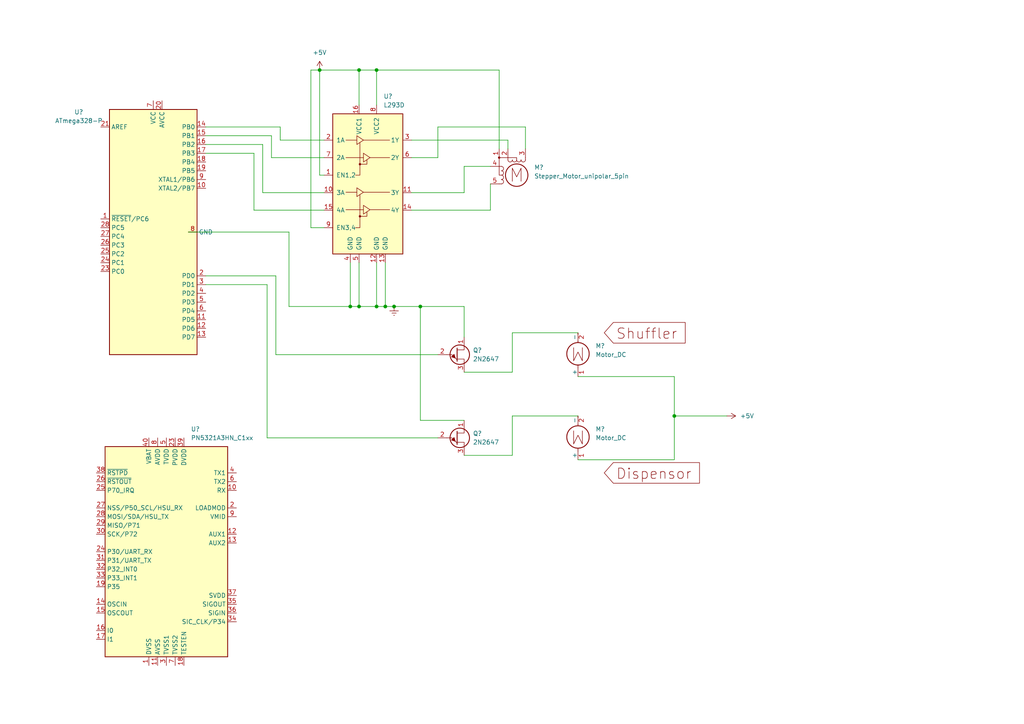
<source format=kicad_sch>
(kicad_sch (version 20211123) (generator eeschema)
  (paper "A4")
  (lib_symbols
    (symbol "Driver_Motor:L293D" (pin_names (offset 1.016))
      (property "Reference" "U" (at -5.08 26.035 0))
      (property "Value" "L293D" (at -5.08 24.13 0))
      (symbol "L293D_0_1"
        (rectangle (start -10.16 22.86) (end 10.16 -17.78) (stroke (width 0.254)) (fill (type background)))
        (circle (center -2.286 -6.858) (radius 0.254) (fill (type outline)))
        (circle (center -2.286 8.255) (radius 0.254) (fill (type outline)))
        (polyline (pts (xy -6.35 -4.953) (xy -1.27 -4.953)))
        (polyline (pts (xy -6.35 0.127) (xy -3.175 0.127)))
        (polyline (pts (xy -6.35 10.16) (xy -1.27 10.16)))
        (polyline (pts (xy -6.35 15.24) (xy -3.175 15.24)))
        (polyline (pts (xy -1.27 0.127) (xy 6.35 0.127)))
        (polyline (pts (xy -1.27 15.24) (xy 6.35 15.24)))
        (polyline (pts (xy 0.635 -4.953) (xy 6.35 -4.953)))
        (polyline (pts (xy 0.635 10.16) (xy 6.35 10.16)))
        (polyline (pts (xy -2.286 -6.858) (xy -0.254 -6.858) (xy -0.254 -5.588)))
        (polyline (pts (xy -2.286 -0.635) (xy -2.286 -10.16) (xy -3.556 -10.16)))
        (polyline (pts (xy -2.286 8.255) (xy -0.254 8.255) (xy -0.254 9.525)))
        (polyline (pts (xy -2.286 14.478) (xy -2.286 5.08) (xy -3.556 5.08)))
        (polyline (pts (xy -3.175 1.397) (xy -3.175 -1.143) (xy -1.27 0.127) (xy -3.175 1.397)))
        (polyline (pts (xy -3.175 16.51) (xy -3.175 13.97) (xy -1.27 15.24) (xy -3.175 16.51)))
        (polyline (pts (xy -1.27 -3.683) (xy -1.27 -6.223) (xy 0.635 -4.953) (xy -1.27 -3.683)))
        (polyline (pts (xy -1.27 11.43) (xy -1.27 8.89) (xy 0.635 10.16) (xy -1.27 11.43)))
      )
      (symbol "L293D_1_1"
        (pin input line (at -12.7 5.08 0) (length 2.54) (name "EN1,2") (number "1"))
        (pin input line (at -12.7 0 0) (length 2.54) (name "3A") (number "10"))
        (pin output line (at 12.7 0 180) (length 2.54) (name "3Y") (number "11"))
        (pin power_in line (at 2.54 -20.32 90) (length 2.54) (name "GND") (number "12"))
        (pin power_in line (at 5.08 -20.32 90) (length 2.54) (name "GND") (number "13"))
        (pin output line (at 12.7 -5.08 180) (length 2.54) (name "4Y") (number "14"))
        (pin input line (at -12.7 -5.08 0) (length 2.54) (name "4A") (number "15"))
        (pin power_in line (at -2.54 25.4 270) (length 2.54) (name "VCC1") (number "16"))
        (pin input line (at -12.7 15.24 0) (length 2.54) (name "1A") (number "2"))
        (pin output line (at 12.7 15.24 180) (length 2.54) (name "1Y") (number "3"))
        (pin power_in line (at -5.08 -20.32 90) (length 2.54) (name "GND") (number "4"))
        (pin power_in line (at -2.54 -20.32 90) (length 2.54) (name "GND") (number "5"))
        (pin output line (at 12.7 10.16 180) (length 2.54) (name "2Y") (number "6"))
        (pin input line (at -12.7 10.16 0) (length 2.54) (name "2A") (number "7"))
        (pin power_in line (at 2.54 25.4 270) (length 2.54) (name "VCC2") (number "8"))
        (pin input line (at -12.7 -10.16 0) (length 2.54) (name "EN3,4") (number "9"))
      )
    )
    (symbol "MCU_Microchip_ATmega:ATmega328-P"
      (property "Reference" "U?" (at -21.59 34.8107 0))
      (property "Value" "ATmega328-P" (at -21.59 32.2707 0))
      (symbol "ATmega328-P_0_1"
        (rectangle (start -12.7 -35.56) (end 12.7 35.56) (stroke (width 0.254)) (fill (type background)))
      )
      (symbol "ATmega328-P_1_1"
        (pin bidirectional line (at -15.24 3.81 0) (length 2.54) (name "~{RESET}/PC6") (number "1"))
        (pin bidirectional line (at 15.24 12.7 180) (length 2.54) (name "XTAL2/PB7") (number "10"))
        (pin bidirectional line (at 15.24 -25.4 180) (length 2.54) (name "PD5") (number "11"))
        (pin bidirectional line (at 15.24 -27.94 180) (length 2.54) (name "PD6") (number "12"))
        (pin bidirectional line (at 15.24 -30.48 180) (length 2.54) (name "PD7") (number "13"))
        (pin bidirectional line (at 15.24 30.48 180) (length 2.54) (name "PB0") (number "14"))
        (pin bidirectional line (at 15.24 27.94 180) (length 2.54) (name "PB1") (number "15"))
        (pin bidirectional line (at 15.24 25.4 180) (length 2.54) (name "PB2") (number "16"))
        (pin bidirectional line (at 15.24 22.86 180) (length 2.54) (name "PB3") (number "17"))
        (pin bidirectional line (at 15.24 20.32 180) (length 2.54) (name "PB4") (number "18"))
        (pin bidirectional line (at 15.24 17.78 180) (length 2.54) (name "PB5") (number "19"))
        (pin bidirectional line (at 15.24 -12.7 180) (length 2.54) (name "PD0") (number "2"))
        (pin power_in line (at 2.54 38.1 270) (length 2.54) (name "AVCC") (number "20"))
        (pin passive line (at -15.24 30.48 0) (length 2.54) (name "AREF") (number "21"))
        (pin passive line (at 12.7 2.54 180) (length 2.54) hide (name "GND") (number "22"))
        (pin bidirectional line (at -15.24 -11.43 0) (length 2.54) (name "PC0") (number "23"))
        (pin bidirectional line (at -15.24 -8.89 0) (length 2.54) (name "PC1") (number "24"))
        (pin bidirectional line (at -15.24 -6.35 0) (length 2.54) (name "PC2") (number "25"))
        (pin bidirectional line (at -15.24 -3.81 0) (length 2.54) (name "PC3") (number "26"))
        (pin bidirectional line (at -15.24 -1.27 0) (length 2.54) (name "PC4") (number "27"))
        (pin bidirectional line (at -15.24 1.27 0) (length 2.54) (name "PC5") (number "28"))
        (pin bidirectional line (at 15.24 -15.24 180) (length 2.54) (name "PD1") (number "3"))
        (pin bidirectional line (at 15.24 -17.78 180) (length 2.54) (name "PD2") (number "4"))
        (pin bidirectional line (at 15.24 -20.32 180) (length 2.54) (name "PD3") (number "5"))
        (pin bidirectional line (at 15.24 -22.86 180) (length 2.54) (name "PD4") (number "6"))
        (pin power_in line (at 0 38.1 270) (length 2.54) (name "VCC") (number "7"))
        (pin power_in line (at 10.16 0 0) (length 2.54) (name "GND") (number "8"))
        (pin bidirectional line (at 15.24 15.24 180) (length 2.54) (name "XTAL1/PB6") (number "9"))
      )
    )
    (symbol "Motor:Motor_DC" (pin_names (offset 0))
      (property "Reference" "M" (at 2.54 2.54 0))
      (property "Value" "Motor_DC" (at 2.54 -5.08 0))
      (symbol "Motor_DC_0_0"
        (polyline (pts (xy -1.27 -3.302) (xy -1.27 0.508) (xy 0 -2.032) (xy 1.27 0.508) (xy 1.27 -3.302)))
      )
      (symbol "Motor_DC_0_1"
        (circle (center 0 -1.524) (radius 3.2512) (stroke (width 0.254)))
        (polyline (pts (xy 0 -7.62) (xy 0 -7.112)))
        (polyline (pts (xy 0 -4.7752) (xy 0 -5.1816)))
        (polyline (pts (xy 0 1.7272) (xy 0 2.0828)))
        (polyline (pts (xy 0 2.032) (xy 0 2.54)))
      )
      (symbol "Motor_DC_1_1"
        (pin passive line (at 0 5.08 270) (length 2.54) (name "+") (number "1"))
        (pin passive line (at 0 -7.62 90) (length 2.54) (name "-") (number "2"))
      )
    )
    (symbol "Motor:Stepper_Motor_unipolar_5pin" (pin_names (offset 0) hide)
      (property "Reference" "M" (at 3.81 2.54 0))
      (property "Value" "Stepper_Motor_unipolar_5pin" (at 3.81 1.27 0))
      (symbol "Stepper_Motor_unipolar_5pin_0_0"
        (polyline (pts (xy -1.27 -1.778) (xy -1.27 2.032) (xy 0 -0.508) (xy 1.27 2.032) (xy 1.27 -1.778)))
      )
      (symbol "Stepper_Motor_unipolar_5pin_0_1"
        (circle (center -5.08 5.08) (radius 0.0001) (fill (type outline)))
        (circle (center -5.08 5.08) (radius 0.254) (fill (type outline)))
        (arc (start -4.445 -2.54) (mid -3.81 -1.905) (end -4.445 -1.27))
        (arc (start -4.445 -1.27) (mid -3.81 -0.635) (end -4.445 0))
        (arc (start -4.445 0) (mid -3.81 0.635) (end -4.445 1.27))
        (arc (start -4.445 1.27) (mid -3.81 1.905) (end -4.445 2.54))
        (arc (start -2.54 4.445) (mid -1.905 3.81) (end -1.27 4.445))
        (arc (start -1.27 4.445) (mid -0.635 3.81) (end 0 4.445))
        (polyline (pts (xy -5.08 -2.54) (xy -4.445 -2.54)))
        (polyline (pts (xy -5.08 2.54) (xy -4.445 2.54)))
        (polyline (pts (xy -2.54 4.445) (xy -2.54 5.08)))
        (polyline (pts (xy 2.54 4.445) (xy 2.54 5.08)))
        (polyline (pts (xy -5.08 5.08) (xy -5.08 0) (xy -4.445 0)))
        (polyline (pts (xy 0 4.445) (xy 0 5.08) (xy -5.08 5.08)))
        (circle (center 0 0) (radius 3.2512) (stroke (width 0.254)))
        (arc (start 0 4.445) (mid 0.635 3.81) (end 1.27 4.445))
        (arc (start 1.27 4.445) (mid 1.905 3.81) (end 2.54 4.445))
      )
      (symbol "Stepper_Motor_unipolar_5pin_1_1"
        (pin passive line (at -5.08 7.62 270) (length 2.54) (name "~") (number "1"))
        (pin passive line (at -2.54 7.62 270) (length 2.54) (name "~") (number "2"))
        (pin passive line (at 2.54 7.62 270) (length 2.54) (name "-") (number "3"))
        (pin passive line (at -7.62 2.54 0) (length 2.54) (name "~") (number "4"))
        (pin passive line (at -7.62 -2.54 0) (length 2.54) (name "~") (number "5"))
      )
    )
    (symbol "RF_NFC:PN5321A3HN_C1xx"
      (property "Reference" "U" (at -15.24 31.75 0))
      (property "Value" "PN5321A3HN_C1xx" (at 15.24 31.75 0))
      (symbol "PN5321A3HN_C1xx_0_1"
        (rectangle (start -17.78 30.48) (end 17.78 -30.48) (stroke (width 0.254)) (fill (type background)))
      )
      (symbol "PN5321A3HN_C1xx_1_1"
        (pin power_in line (at -5.08 -33.02 90) (length 2.54) (name "DVSS") (number "1"))
        (pin input line (at 20.32 17.78 180) (length 2.54) (name "RX") (number "10"))
        (pin power_in line (at -2.54 -33.02 90) (length 2.54) (name "AVSS") (number "11"))
        (pin output line (at 20.32 5.08 180) (length 2.54) (name "AUX1") (number "12"))
        (pin output line (at 20.32 2.54 180) (length 2.54) (name "AUX2") (number "13"))
        (pin input line (at -20.32 -15.24 0) (length 2.54) (name "OSCIN") (number "14"))
        (pin output line (at -20.32 -17.78 0) (length 2.54) (name "OSCOUT") (number "15"))
        (pin passive line (at -20.32 -22.86 0) (length 2.54) (name "I0") (number "16"))
        (pin passive line (at -20.32 -25.4 0) (length 2.54) (name "I1") (number "17"))
        (pin passive line (at 5.08 -33.02 90) (length 2.54) (name "TESTEN") (number "18"))
        (pin bidirectional line (at -20.32 -10.16 0) (length 2.54) (name "P35") (number "19"))
        (pin output line (at 20.32 12.7 180) (length 2.54) (name "LOADMOD") (number "2"))
        (pin no_connect line (at 17.78 -2.54 180) (length 2.54) hide (name "N.C.") (number "20"))
        (pin no_connect line (at 17.78 -5.08 180) (length 2.54) hide (name "N.C.") (number "21"))
        (pin no_connect line (at 17.78 -7.62 180) (length 2.54) hide (name "N.C.") (number "22"))
        (pin power_in line (at 2.54 33.02 270) (length 2.54) (name "PVDD") (number "23"))
        (pin bidirectional line (at -20.32 0 0) (length 2.54) (name "P30/UART_RX") (number "24"))
        (pin bidirectional line (at -20.32 17.78 0) (length 2.54) (name "P70_IRQ") (number "25"))
        (pin output line (at -20.32 20.32 0) (length 2.54) (name "~{RSTOUT}") (number "26"))
        (pin bidirectional line (at -20.32 12.7 0) (length 2.54) (name "NSS/P50_SCL/HSU_RX") (number "27"))
        (pin bidirectional line (at -20.32 10.16 0) (length 2.54) (name "MOSI/SDA/HSU_TX") (number "28"))
        (pin bidirectional line (at -20.32 7.62 0) (length 2.54) (name "MISO/P71") (number "29"))
        (pin power_in line (at 0 -33.02 90) (length 2.54) (name "TVSS1") (number "3"))
        (pin bidirectional line (at -20.32 5.08 0) (length 2.54) (name "SCK/P72") (number "30"))
        (pin bidirectional line (at -20.32 -2.54 0) (length 2.54) (name "P31/UART_TX") (number "31"))
        (pin bidirectional line (at -20.32 -5.08 0) (length 2.54) (name "P32_INT0") (number "32"))
        (pin bidirectional line (at -20.32 -7.62 0) (length 2.54) (name "P33_INT1") (number "33"))
        (pin bidirectional line (at 20.32 -20.32 180) (length 2.54) (name "SIC_CLK/P34") (number "34"))
        (pin output line (at 20.32 -15.24 180) (length 2.54) (name "SIGOUT") (number "35"))
        (pin input line (at 20.32 -17.78 180) (length 2.54) (name "SIGIN") (number "36"))
        (pin output line (at 20.32 -12.7 180) (length 2.54) (name "SVDD") (number "37"))
        (pin input line (at -20.32 22.86 0) (length 2.54) (name "~{RSTPD}") (number "38"))
        (pin power_out line (at 5.08 33.02 270) (length 2.54) (name "DVDD") (number "39"))
        (pin output line (at 20.32 22.86 180) (length 2.54) (name "TX1") (number "4"))
        (pin power_in line (at -5.08 33.02 270) (length 2.54) (name "VBAT") (number "40"))
        (pin passive line (at -2.54 -33.02 90) (length 2.54) hide (name "AVSS") (number "41"))
        (pin power_in line (at 0 33.02 270) (length 2.54) (name "TVDD") (number "5"))
        (pin output line (at 20.32 20.32 180) (length 2.54) (name "TX2") (number "6"))
        (pin power_in line (at 2.54 -33.02 90) (length 2.54) (name "TVSS2") (number "7"))
        (pin power_in line (at -2.54 33.02 270) (length 2.54) (name "AVDD") (number "8"))
        (pin output line (at 20.32 10.16 180) (length 2.54) (name "VMID") (number "9"))
      )
    )
    (symbol "Transistor_BJT:2N2647" (pin_names (offset 0) hide)
      (property "Reference" "Q" (at 5.08 1.905 0))
      (property "Value" "2N2647" (at 5.08 0 0))
      (symbol "2N2647_0_1"
        (polyline (pts (xy -2.54 0) (xy -1.016 0) (xy 0.508 -1.524)))
        (polyline (pts (xy 0.508 1.905) (xy 0.508 -1.905) (xy 0.508 -1.905)) (stroke (width 0.254)))
        (polyline (pts (xy 2.54 -2.54) (xy 2.54 -1.27) (xy 0.508 -1.27)))
        (polyline (pts (xy 2.54 2.54) (xy 2.54 1.397) (xy 0.508 1.397)))
        (polyline (pts (xy 0 -1.016) (xy -0.381 0.127) (xy -1.143 -0.635) (xy 0 -1.016)) (fill (type outline)))
        (circle (center 1.27 0) (radius 2.8194) (stroke (width 0.254)))
      )
      (symbol "2N2647_1_1"
        (pin passive line (at 2.54 5.08 270) (length 2.54) (name "B2") (number "1"))
        (pin input line (at -5.08 0 0) (length 2.54) (name "E") (number "2"))
        (pin passive line (at 2.54 -5.08 90) (length 2.54) (name "B1") (number "3"))
      )
    )
    (symbol "power:+5V" (power) (pin_names (offset 0))
      (property "Value" "+5V" (at 0 3.556 0))
      (symbol "+5V_0_1"
        (polyline (pts (xy -0.762 1.27) (xy 0 2.54)))
        (polyline (pts (xy 0 0) (xy 0 2.54)))
        (polyline (pts (xy 0 2.54) (xy 0.762 1.27)))
      )
      (symbol "+5V_1_1"
        (pin power_in line (at 0 0 90) (length 0) hide (name "+5V") (number "1"))
      )
    )
    (symbol "power:Earth" (power) (pin_names (offset 0))
      (symbol "Earth_0_1"
        (polyline (pts (xy -0.635 -1.905) (xy 0.635 -1.905)))
        (polyline (pts (xy -0.127 -2.54) (xy 0.127 -2.54)))
        (polyline (pts (xy 0 -1.27) (xy 0 0)))
        (polyline (pts (xy 1.27 -1.27) (xy -1.27 -1.27)))
      )
      (symbol "Earth_1_1"
        (pin power_in line (at 0 0 270) (length 0) hide (name "Earth") (number "1"))
      )
    )
  )
  (junction (at 109.22 20.32))
  (junction (at 121.92 88.9))
  (junction (at 195.58 120.65))
  (junction (at 111.76 88.9))
  (junction (at 104.14 88.9))
  (junction (at 114.3 88.9))
  (junction (at 109.22 88.9))
  (junction (at 104.14 20.32))
  (junction (at 92.71 20.32))
  (junction (at 101.6 88.9))
  (wire (pts (xy 81.28 40.64) (xy 93.98 40.64)))
  (wire (pts (xy 148.59 120.65) (xy 148.59 132.08)))
  (wire (pts (xy 148.59 107.95) (xy 134.62 107.95)))
  (wire (pts (xy 167.64 120.65) (xy 148.59 120.65)))
  (wire (pts (xy 111.76 76.2) (xy 111.76 88.9)))
  (wire (pts (xy 81.28 36.83) (xy 81.28 40.64)))
  (wire (pts (xy 59.69 39.37) (xy 78.74 39.37)))
  (wire (pts (xy 195.58 109.22) (xy 195.58 120.65)))
  (wire (pts (xy 127 45.72) (xy 127 36.83)))
  (wire (pts (xy 59.69 36.83) (xy 81.28 36.83)))
  (wire (pts (xy 59.69 41.91) (xy 76.2 41.91)))
  (wire (pts (xy 80.01 80.01) (xy 80.01 102.87)))
  (wire (pts (xy 109.22 30.48) (xy 109.22 20.32)))
  (wire (pts (xy 119.38 60.96) (xy 142.24 60.96)))
  (wire (pts (xy 147.32 40.64) (xy 147.32 43.18)))
  (wire (pts (xy 83.82 88.9) (xy 101.6 88.9)))
  (wire (pts (xy 83.82 67.31) (xy 83.82 88.9)))
  (wire (pts (xy 109.22 20.32) (xy 104.14 20.32)))
  (wire (pts (xy 77.47 127) (xy 127 127)))
  (wire (pts (xy 90.17 66.04) (xy 90.17 20.32)))
  (wire (pts (xy 134.62 121.92) (xy 121.92 121.92)))
  (wire (pts (xy 78.74 45.72) (xy 93.98 45.72)))
  (wire (pts (xy 93.98 50.8) (xy 92.71 50.8)))
  (wire (pts (xy 104.14 88.9) (xy 109.22 88.9)))
  (wire (pts (xy 78.74 39.37) (xy 78.74 45.72)))
  (wire (pts (xy 80.01 102.87) (xy 127 102.87)))
  (wire (pts (xy 76.2 55.88) (xy 93.98 55.88)))
  (wire (pts (xy 104.14 30.48) (xy 104.14 20.32)))
  (wire (pts (xy 195.58 120.65) (xy 210.82 120.65)))
  (wire (pts (xy 121.92 121.92) (xy 121.92 88.9)))
  (wire (pts (xy 167.64 133.35) (xy 195.58 133.35)))
  (wire (pts (xy 77.47 82.55) (xy 77.47 127)))
  (wire (pts (xy 144.78 43.18) (xy 144.78 20.32)))
  (wire (pts (xy 114.3 88.9) (xy 121.92 88.9)))
  (wire (pts (xy 109.22 76.2) (xy 109.22 88.9)))
  (wire (pts (xy 59.69 80.01) (xy 80.01 80.01)))
  (wire (pts (xy 134.62 97.79) (xy 134.62 88.9)))
  (wire (pts (xy 59.69 44.45) (xy 73.66 44.45)))
  (wire (pts (xy 101.6 76.2) (xy 101.6 88.9)))
  (wire (pts (xy 144.78 20.32) (xy 109.22 20.32)))
  (wire (pts (xy 76.2 41.91) (xy 76.2 55.88)))
  (wire (pts (xy 104.14 20.32) (xy 92.71 20.32)))
  (wire (pts (xy 104.14 76.2) (xy 104.14 88.9)))
  (wire (pts (xy 92.71 50.8) (xy 92.71 20.32)))
  (wire (pts (xy 59.69 82.55) (xy 77.47 82.55)))
  (wire (pts (xy 119.38 45.72) (xy 127 45.72)))
  (wire (pts (xy 148.59 132.08) (xy 134.62 132.08)))
  (wire (pts (xy 127 36.83) (xy 152.4 36.83)))
  (wire (pts (xy 119.38 55.88) (xy 134.62 55.88)))
  (wire (pts (xy 111.76 88.9) (xy 114.3 88.9)))
  (wire (pts (xy 119.38 40.64) (xy 147.32 40.64)))
  (wire (pts (xy 148.59 96.52) (xy 148.59 107.95)))
  (wire (pts (xy 109.22 88.9) (xy 111.76 88.9)))
  (wire (pts (xy 93.98 66.04) (xy 90.17 66.04)))
  (wire (pts (xy 90.17 20.32) (xy 92.71 20.32)))
  (wire (pts (xy 73.66 44.45) (xy 73.66 60.96)))
  (wire (pts (xy 152.4 36.83) (xy 152.4 43.18)))
  (wire (pts (xy 54.61 67.31) (xy 83.82 67.31)))
  (wire (pts (xy 195.58 120.65) (xy 195.58 133.35)))
  (wire (pts (xy 134.62 48.26) (xy 142.24 48.26)))
  (wire (pts (xy 134.62 55.88) (xy 134.62 48.26)))
  (wire (pts (xy 121.92 88.9) (xy 134.62 88.9)))
  (wire (pts (xy 167.64 96.52) (xy 148.59 96.52)))
  (wire (pts (xy 142.24 53.34) (xy 142.24 60.96)))
  (wire (pts (xy 167.64 109.22) (xy 195.58 109.22)))
  (wire (pts (xy 101.6 88.9) (xy 104.14 88.9)))
  (wire (pts (xy 73.66 60.96) (xy 93.98 60.96)))
  (global_label "Shuffler" (shape input) (at 175.26 96.52 0) (effects (font (size 3 3))) (property "Intersheet References" "${INTERSHEET_REFS}" (effects hide)))
  (global_label "Dispensor" (shape input) (at 175.26 137.16 0) (effects (font (size 3 3))) (property "Intersheet References" "${INTERSHEET_REFS}" (effects hide)))
  (symbol (lib_id "power:+5V") (at 92.71 20.32 0) (unit 1)
    (property "Reference" "#PWR?" (effects hide))
    (property "Value" "+5V" (at 92.71 15.24 0))
  )
  (symbol (lib_id "Motor:Stepper_Motor_unipolar_5pin") (at 149.86 50.8 0) (unit 1)
    (property "Reference" "M?" (at 154.94 48.552 0) (effects (justify left)))
    (property "Value" "Stepper_Motor_unipolar_5pin" (at 154.94 51.092 0) (effects (justify left)))
    (property "Datasheet" "http://www.infineon.com/dgdl/Application-Note-TLE8110EE_driving_UniPolarStepperMotor_V1.1.pdf?fileId=db3a30431be39b97011be5d0aa0a00b0" (effects hide))
  )
  (symbol (lib_id "power:Earth") (at 114.3 88.9 0) (unit 1)
    (property "Reference" "#PWR?" (effects hide))
    (property "Value" "Earth" (effects hide))
  )
  (symbol (lib_id "Motor:Motor_DC") (at 167.64 128.27 180) (unit 1)
    (property "Reference" "M?" (at 172.72 124.4599 0) (effects (justify right)))
    (property "Value" "Motor_DC" (at 172.72 126.9999 0) (effects (justify right)))
  )
  (symbol (lib_id "Transistor_BJT:2N2647") (at 132.08 102.87 0) (unit 1)
    (property "Reference" "Q?" (at 137.16 101.5999 0) (effects (justify left)))
    (property "Value" "2N2647" (at 137.16 104.1399 0) (effects (justify left)))
    (property "Footprint" "Package_TO_SOT_THT:TO-18-3" (effects hide))
    (property "Datasheet" "http://www.bucek.name/pdf/2n2646,2647.pdf" (effects hide))
  )
  (symbol (lib_id "Transistor_BJT:2N2647") (at 132.08 127 0) (unit 1)
    (property "Reference" "Q?" (at 137.16 125.7299 0) (effects (justify left)))
    (property "Value" "2N2647" (at 137.16 128.2699 0) (effects (justify left)))
    (property "Footprint" "Package_TO_SOT_THT:TO-18-3" (effects hide))
    (property "Datasheet" "http://www.bucek.name/pdf/2n2646,2647.pdf" (effects hide))
  )
  (symbol (lib_id "MCU_Microchip_ATmega:ATmega328-P") (at 44.45 67.31 0) (unit 1)
    (property "Reference" "U?" (at 22.86 32.4993 0))
    (property "Value" "ATmega328-P" (at 22.86 35.0393 0))
    (property "Footprint" "Package_DIP:DIP-28_W7.62mm" (effects hide))
    (property "Datasheet" "http://ww1.microchip.com/downloads/en/DeviceDoc/ATmega328_P%20AVR%20MCU%20with%20picoPower%20Technology%20Data%20Sheet%2040001984A.pdf" (effects hide))
  )
  (symbol (lib_id "Driver_Motor:L293D") (at 106.68 55.88 0) (unit 1)
    (property "Reference" "U?" (at 111.2394 27.94 0) (effects (justify left)))
    (property "Value" "L293D" (at 111.2394 30.48 0) (effects (justify left)))
    (property "Footprint" "Package_DIP:DIP-16_W7.62mm" (effects hide))
    (property "Datasheet" "http://www.ti.com/lit/ds/symlink/l293.pdf" (effects hide))
  )
  (symbol (lib_id "power:+5V") (at 210.82 120.65 270) (unit 1)
    (property "Reference" "#PWR?" (effects hide))
    (property "Value" "+5V" (at 214.63 120.6499 90) (effects (justify left)))
  )
  (symbol (lib_id "RF_NFC:PN5321A3HN_C1xx") (at 48.26 160.02 0) (unit 1)
    (property "Reference" "U?" (at 55.3594 124.46 0) (effects (justify left)))
    (property "Value" "PN5321A3HN_C1xx" (at 55.3594 127 0) (effects (justify left)))
    (property "Footprint" "Package_DFN_QFN:HVQFN-40-1EP_6x6mm_P0.5mm_EP4.1x4.1mm" (effects hide))
    (property "Datasheet" "https://www.nxp.com/docs/en/nxp/data-sheets/PN532_C1.pdf" (effects hide))
  )
  (symbol (lib_id "Motor:Motor_DC") (at 167.64 104.14 180) (unit 1)
    (property "Reference" "M?" (at 172.72 100.3299 0) (effects (justify right)))
    (property "Value" "Motor_DC" (at 172.72 102.8699 0) (effects (justify right)))
  )
)
</source>
